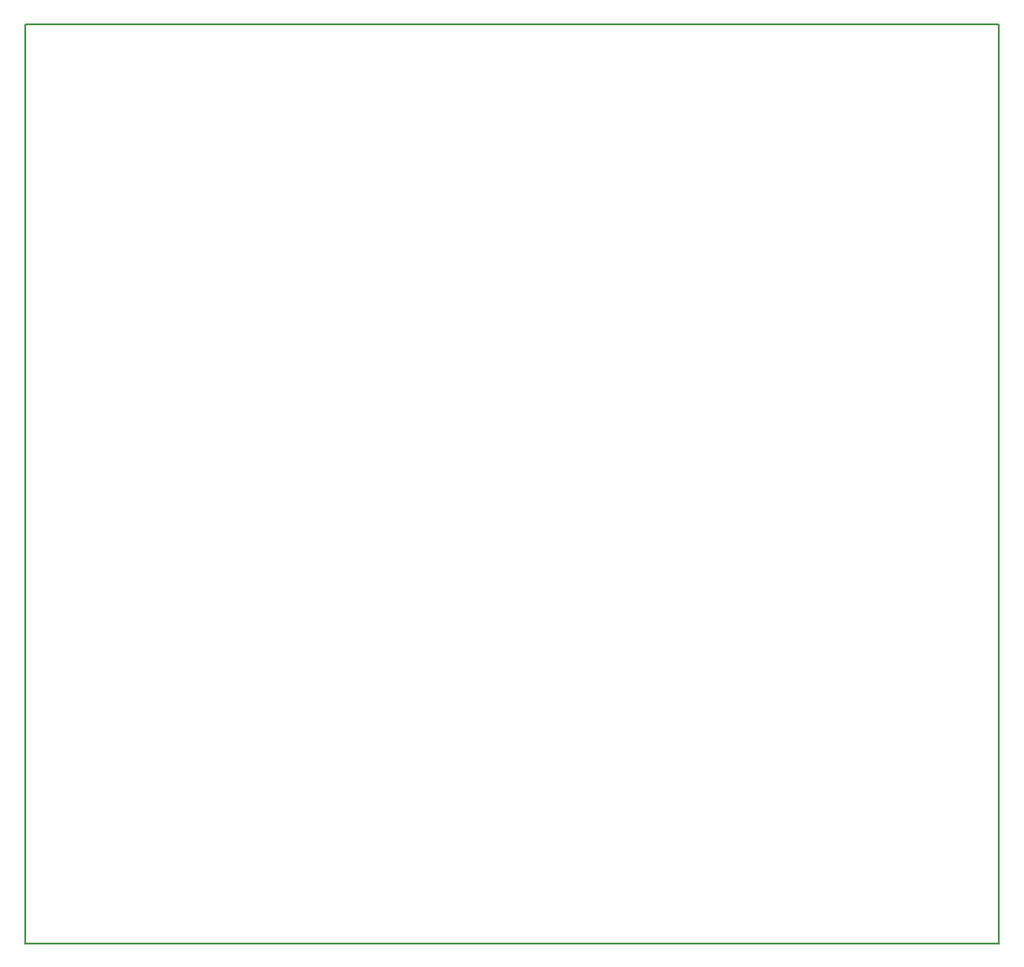
<source format=gm1>
G04 #@! TF.FileFunction,Profile,NP*
%FSLAX46Y46*%
G04 Gerber Fmt 4.6, Leading zero omitted, Abs format (unit mm)*
G04 Created by KiCad (PCBNEW 4.0.6-e0-6349~53~ubuntu16.04.1) date Sun Mar 12 20:16:21 2017*
%MOMM*%
%LPD*%
G01*
G04 APERTURE LIST*
%ADD10C,0.100000*%
%ADD11C,0.150000*%
G04 APERTURE END LIST*
D10*
D11*
X146050000Y-53340000D02*
X54610000Y-53340000D01*
X146050000Y-139700000D02*
X146050000Y-53340000D01*
X54610000Y-139700000D02*
X146050000Y-139700000D01*
X54610000Y-53340000D02*
X54610000Y-139700000D01*
M02*

</source>
